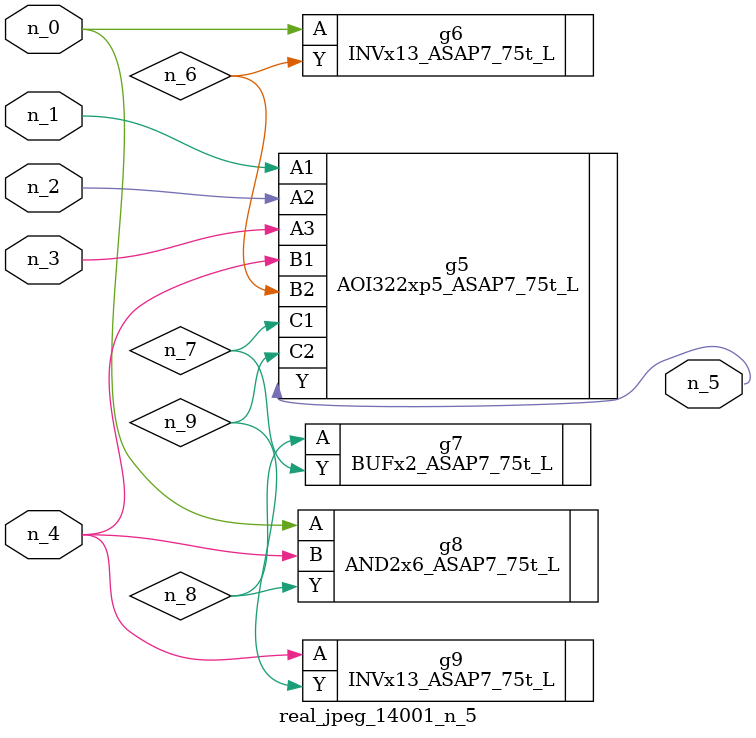
<source format=v>
module real_jpeg_14001_n_5 (n_4, n_0, n_1, n_2, n_3, n_5);

input n_4;
input n_0;
input n_1;
input n_2;
input n_3;

output n_5;

wire n_8;
wire n_6;
wire n_7;
wire n_9;

INVx13_ASAP7_75t_L g6 ( 
.A(n_0),
.Y(n_6)
);

AND2x6_ASAP7_75t_L g8 ( 
.A(n_0),
.B(n_4),
.Y(n_8)
);

AOI322xp5_ASAP7_75t_L g5 ( 
.A1(n_1),
.A2(n_2),
.A3(n_3),
.B1(n_4),
.B2(n_6),
.C1(n_7),
.C2(n_9),
.Y(n_5)
);

INVx13_ASAP7_75t_L g9 ( 
.A(n_4),
.Y(n_9)
);

BUFx2_ASAP7_75t_L g7 ( 
.A(n_8),
.Y(n_7)
);


endmodule
</source>
